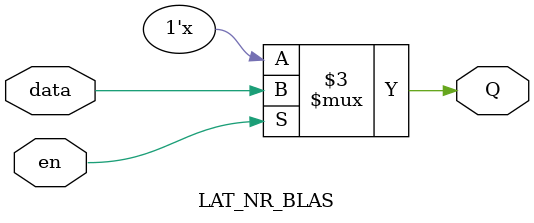
<source format=v>
module LAT_NR_BLAS (data, en, Q);
   input data, en;
   output Q;
   reg Q;
   always @(en or data)
   if (en)
   Q = data;
endmodule

</source>
